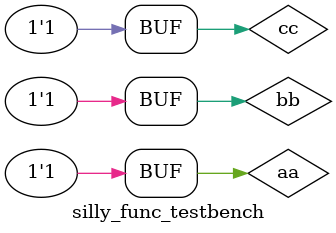
<source format=sv>
`timescale 1ns / 1ps


module silly_func_testbench(

    );
    logic aa, bb, cc;
    logic out1;
    silly_func U1(aa, bb, cc, out1);
    initial begin
        aa=0;
        bb=0;
        cc=0;
        #100;
        aa=1;
        #100;
        cc=1;
        #100;
        bb=1;
        #100;
    end
endmodule

</source>
